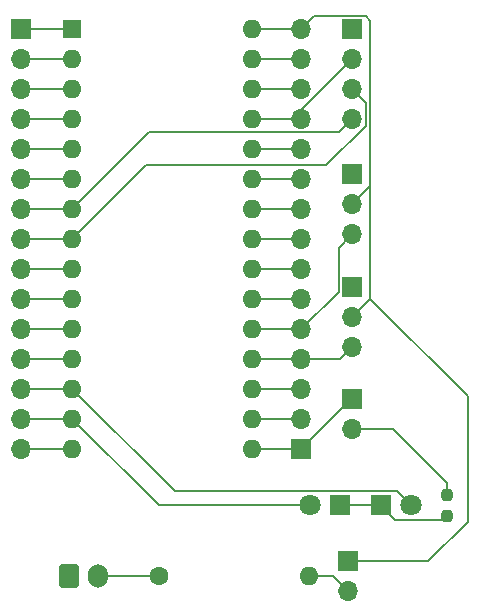
<source format=gbr>
%TF.GenerationSoftware,KiCad,Pcbnew,8.0.3*%
%TF.CreationDate,2024-09-18T17:44:19+02:00*%
%TF.ProjectId,pcb_robot,7063625f-726f-4626-9f74-2e6b69636164,rev?*%
%TF.SameCoordinates,Original*%
%TF.FileFunction,Copper,L1,Top*%
%TF.FilePolarity,Positive*%
%FSLAX46Y46*%
G04 Gerber Fmt 4.6, Leading zero omitted, Abs format (unit mm)*
G04 Created by KiCad (PCBNEW 8.0.3) date 2024-09-18 17:44:19*
%MOMM*%
%LPD*%
G01*
G04 APERTURE LIST*
G04 Aperture macros list*
%AMRoundRect*
0 Rectangle with rounded corners*
0 $1 Rounding radius*
0 $2 $3 $4 $5 $6 $7 $8 $9 X,Y pos of 4 corners*
0 Add a 4 corners polygon primitive as box body*
4,1,4,$2,$3,$4,$5,$6,$7,$8,$9,$2,$3,0*
0 Add four circle primitives for the rounded corners*
1,1,$1+$1,$2,$3*
1,1,$1+$1,$4,$5*
1,1,$1+$1,$6,$7*
1,1,$1+$1,$8,$9*
0 Add four rect primitives between the rounded corners*
20,1,$1+$1,$2,$3,$4,$5,0*
20,1,$1+$1,$4,$5,$6,$7,0*
20,1,$1+$1,$6,$7,$8,$9,0*
20,1,$1+$1,$8,$9,$2,$3,0*%
G04 Aperture macros list end*
%TA.AperFunction,ComponentPad*%
%ADD10R,1.700000X1.700000*%
%TD*%
%TA.AperFunction,ComponentPad*%
%ADD11O,1.700000X1.700000*%
%TD*%
%TA.AperFunction,ComponentPad*%
%ADD12RoundRect,0.250000X-0.600000X-0.750000X0.600000X-0.750000X0.600000X0.750000X-0.600000X0.750000X0*%
%TD*%
%TA.AperFunction,ComponentPad*%
%ADD13O,1.700000X2.000000*%
%TD*%
%TA.AperFunction,ComponentPad*%
%ADD14R,1.800000X1.800000*%
%TD*%
%TA.AperFunction,ComponentPad*%
%ADD15C,1.800000*%
%TD*%
%TA.AperFunction,ComponentPad*%
%ADD16C,1.600000*%
%TD*%
%TA.AperFunction,ComponentPad*%
%ADD17O,1.600000X1.600000*%
%TD*%
%TA.AperFunction,ComponentPad*%
%ADD18R,1.600000X1.600000*%
%TD*%
%TA.AperFunction,SMDPad,CuDef*%
%ADD19RoundRect,0.237500X-0.237500X0.250000X-0.237500X-0.250000X0.237500X-0.250000X0.237500X0.250000X0*%
%TD*%
%TA.AperFunction,Conductor*%
%ADD20C,0.200000*%
%TD*%
G04 APERTURE END LIST*
D10*
%TO.P,J7,1,Pin_1*%
%TO.N,GND*%
X158000000Y-61700000D03*
D11*
%TO.P,J7,2,Pin_2*%
%TO.N,+5V*%
X158000000Y-64240000D03*
%TO.P,J7,3,Pin_3*%
%TO.N,D5*%
X158000000Y-66780000D03*
%TO.P,J7,4,Pin_4*%
%TO.N,D4*%
X158000000Y-69320000D03*
%TD*%
D12*
%TO.P,J5,1,Pin_1*%
%TO.N,GND*%
X134000000Y-108000000D03*
D13*
%TO.P,J5,2,Pin_2*%
%TO.N,Net-(J5-Pin_2)*%
X136500000Y-108000000D03*
%TD*%
D14*
%TO.P,D1,1,K*%
%TO.N,Net-(D1-K)*%
X160460000Y-102000000D03*
D15*
%TO.P,D1,2,A*%
%TO.N,D10*%
X163000000Y-102000000D03*
%TD*%
D10*
%TO.P,J6,1,Pin_1*%
%TO.N,D13*%
X158003632Y-93000000D03*
D11*
%TO.P,J6,2,Pin_2*%
%TO.N,GND*%
X158003632Y-95540000D03*
%TD*%
D10*
%TO.P,J2,1,Pin_1*%
%TO.N,GND*%
X158000000Y-83490000D03*
D11*
%TO.P,J2,2,Pin_2*%
%TO.N,VIN*%
X158000000Y-86030000D03*
%TO.P,J2,3,Pin_3*%
%TO.N,A0*%
X158000000Y-88570000D03*
%TD*%
D10*
%TO.P,J4,1,Pin_1*%
%TO.N,VIN*%
X157625000Y-106725000D03*
D11*
%TO.P,J4,2,Pin_2*%
%TO.N,Net-(J4-Pin_2)*%
X157625000Y-109265000D03*
%TD*%
D10*
%TO.P,J9,1,Pin_1*%
%TO.N,D13*%
X153703632Y-97200000D03*
D11*
%TO.P,J9,2,Pin_2*%
%TO.N,+3.3V*%
X153703632Y-94660000D03*
%TO.P,J9,3,Pin_3*%
%TO.N,AREF*%
X153703632Y-92120000D03*
%TO.P,J9,4,Pin_4*%
%TO.N,A0*%
X153703632Y-89580000D03*
%TO.P,J9,5,Pin_5*%
%TO.N,A1*%
X153703632Y-87040000D03*
%TO.P,J9,6,Pin_6*%
%TO.N,A2*%
X153703632Y-84500000D03*
%TO.P,J9,7,Pin_7*%
%TO.N,A3*%
X153703632Y-81960000D03*
%TO.P,J9,8,Pin_8*%
%TO.N,A4*%
X153703632Y-79420000D03*
%TO.P,J9,9,Pin_9*%
%TO.N,A5*%
X153703632Y-76880000D03*
%TO.P,J9,10,Pin_10*%
%TO.N,A6*%
X153703632Y-74340000D03*
%TO.P,J9,11,Pin_11*%
%TO.N,A7*%
X153703632Y-71800000D03*
%TO.P,J9,12,Pin_12*%
%TO.N,+5V*%
X153703632Y-69260000D03*
%TO.P,J9,13,Pin_13*%
%TO.N,RESET*%
X153703632Y-66720000D03*
%TO.P,J9,14,Pin_14*%
%TO.N,GND*%
X153703632Y-64180000D03*
%TO.P,J9,15,Pin_15*%
%TO.N,VIN*%
X153703632Y-61640000D03*
%TD*%
D10*
%TO.P,J10,1,Pin_1*%
%TO.N,D1*%
X130000000Y-61640000D03*
D11*
%TO.P,J10,2,Pin_2*%
%TO.N,D0*%
X130000000Y-64180000D03*
%TO.P,J10,3,Pin_3*%
%TO.N,RESET*%
X130000000Y-66720000D03*
%TO.P,J10,4,Pin_4*%
%TO.N,GND*%
X130000000Y-69260000D03*
%TO.P,J10,5,Pin_5*%
%TO.N,D2*%
X130000000Y-71800000D03*
%TO.P,J10,6,Pin_6*%
%TO.N,D3*%
X130000000Y-74340000D03*
%TO.P,J10,7,Pin_7*%
%TO.N,D4*%
X130000000Y-76880000D03*
%TO.P,J10,8,Pin_8*%
%TO.N,D5*%
X130000000Y-79420000D03*
%TO.P,J10,9,Pin_9*%
%TO.N,D6*%
X130000000Y-81960000D03*
%TO.P,J10,10,Pin_10*%
%TO.N,D7*%
X130000000Y-84500000D03*
%TO.P,J10,11,Pin_11*%
%TO.N,D8*%
X130000000Y-87040000D03*
%TO.P,J10,12,Pin_12*%
%TO.N,D9*%
X130000000Y-89580000D03*
%TO.P,J10,13,Pin_13*%
%TO.N,D10*%
X130000000Y-92120000D03*
%TO.P,J10,14,Pin_14*%
%TO.N,D11*%
X130000000Y-94660000D03*
%TO.P,J10,15,Pin_15*%
%TO.N,D12*%
X130000000Y-97200000D03*
%TD*%
D14*
%TO.P,D2,1,K*%
%TO.N,Net-(D1-K)*%
X157000000Y-102000000D03*
D15*
%TO.P,D2,2,A*%
%TO.N,D11*%
X154460000Y-102000000D03*
%TD*%
D16*
%TO.P,F1,1*%
%TO.N,Net-(J5-Pin_2)*%
X141650000Y-108000000D03*
D17*
%TO.P,F1,2*%
%TO.N,Net-(J4-Pin_2)*%
X154350000Y-108000000D03*
%TD*%
D10*
%TO.P,J3,1,Pin_1*%
%TO.N,GND*%
X158000000Y-73975000D03*
D11*
%TO.P,J3,2,Pin_2*%
%TO.N,VIN*%
X158000000Y-76515000D03*
%TO.P,J3,3,Pin_3*%
%TO.N,A1*%
X158000000Y-79055000D03*
%TD*%
D18*
%TO.P,A1,1,D1/TX*%
%TO.N,D1*%
X134290000Y-61650000D03*
D17*
%TO.P,A1,2,D0/RX*%
%TO.N,D0*%
X134290000Y-64190000D03*
%TO.P,A1,3,~{RESET}*%
%TO.N,RESET*%
X134290000Y-66730000D03*
%TO.P,A1,4,GND*%
%TO.N,GND*%
X134290000Y-69270000D03*
%TO.P,A1,5,D2*%
%TO.N,D2*%
X134290000Y-71810000D03*
%TO.P,A1,6,D3*%
%TO.N,D3*%
X134290000Y-74350000D03*
%TO.P,A1,7,D4*%
%TO.N,D4*%
X134290000Y-76890000D03*
%TO.P,A1,8,D5*%
%TO.N,D5*%
X134290000Y-79430000D03*
%TO.P,A1,9,D6*%
%TO.N,D6*%
X134290000Y-81970000D03*
%TO.P,A1,10,D7*%
%TO.N,D7*%
X134290000Y-84510000D03*
%TO.P,A1,11,D8*%
%TO.N,D8*%
X134290000Y-87050000D03*
%TO.P,A1,12,D9*%
%TO.N,D9*%
X134290000Y-89590000D03*
%TO.P,A1,13,D10*%
%TO.N,D10*%
X134290000Y-92130000D03*
%TO.P,A1,14,D11*%
%TO.N,D11*%
X134290000Y-94670000D03*
%TO.P,A1,15,D12*%
%TO.N,D12*%
X134290000Y-97210000D03*
%TO.P,A1,16,D13*%
%TO.N,D13*%
X149530000Y-97210000D03*
%TO.P,A1,17,3V3*%
%TO.N,+3.3V*%
X149530000Y-94670000D03*
%TO.P,A1,18,AREF*%
%TO.N,AREF*%
X149530000Y-92130000D03*
%TO.P,A1,19,A0*%
%TO.N,A0*%
X149530000Y-89590000D03*
%TO.P,A1,20,A1*%
%TO.N,A1*%
X149530000Y-87050000D03*
%TO.P,A1,21,A2*%
%TO.N,A2*%
X149530000Y-84510000D03*
%TO.P,A1,22,A3*%
%TO.N,A3*%
X149530000Y-81970000D03*
%TO.P,A1,23,A4*%
%TO.N,A4*%
X149530000Y-79430000D03*
%TO.P,A1,24,A5*%
%TO.N,A5*%
X149530000Y-76890000D03*
%TO.P,A1,25,A6*%
%TO.N,A6*%
X149530000Y-74350000D03*
%TO.P,A1,26,A7*%
%TO.N,A7*%
X149530000Y-71810000D03*
%TO.P,A1,27,+5V*%
%TO.N,+5V*%
X149530000Y-69270000D03*
%TO.P,A1,28,~{RESET}*%
%TO.N,RESET*%
X149530000Y-66730000D03*
%TO.P,A1,29,GND*%
%TO.N,GND*%
X149530000Y-64190000D03*
%TO.P,A1,30,VIN*%
%TO.N,VIN*%
X149530000Y-61650000D03*
%TD*%
D19*
%TO.P,R1,1*%
%TO.N,GND*%
X166000000Y-101087500D03*
%TO.P,R1,2*%
%TO.N,Net-(D1-K)*%
X166000000Y-102912500D03*
%TD*%
D20*
%TO.N,D10*%
X130010000Y-92130000D02*
X130000000Y-92120000D01*
X163000000Y-102000000D02*
X161800000Y-100800000D01*
X134290000Y-92130000D02*
X130010000Y-92130000D01*
X161800000Y-100800000D02*
X142960000Y-100800000D01*
X142960000Y-100800000D02*
X134290000Y-92130000D01*
%TO.N,D3*%
X130010000Y-74350000D02*
X130000000Y-74340000D01*
X134290000Y-74350000D02*
X130010000Y-74350000D01*
%TO.N,A4*%
X153693632Y-79430000D02*
X153703632Y-79420000D01*
X149530000Y-79430000D02*
X153693632Y-79430000D01*
%TO.N,GND*%
X134290000Y-69270000D02*
X130010000Y-69270000D01*
X130010000Y-69270000D02*
X130000000Y-69260000D01*
X153693632Y-64190000D02*
X153703632Y-64180000D01*
X161452500Y-95540000D02*
X158003632Y-95540000D01*
X166000000Y-100087500D02*
X161452500Y-95540000D01*
X166000000Y-101087500D02*
X166000000Y-100087500D01*
X149530000Y-64190000D02*
X153693632Y-64190000D01*
%TO.N,A3*%
X149530000Y-81970000D02*
X153693632Y-81970000D01*
X153693632Y-81970000D02*
X153703632Y-81960000D01*
%TO.N,A1*%
X158000000Y-79055000D02*
X156850000Y-80205000D01*
X156850000Y-83893632D02*
X153703632Y-87040000D01*
X153693632Y-87050000D02*
X153703632Y-87040000D01*
X149530000Y-87050000D02*
X153693632Y-87050000D01*
X156850000Y-80205000D02*
X156850000Y-83893632D01*
%TO.N,D9*%
X134280000Y-89580000D02*
X134290000Y-89590000D01*
X130000000Y-89580000D02*
X134280000Y-89580000D01*
%TO.N,A2*%
X153693632Y-84510000D02*
X153703632Y-84500000D01*
X149530000Y-84510000D02*
X153693632Y-84510000D01*
%TO.N,D2*%
X134280000Y-71800000D02*
X134290000Y-71810000D01*
X130000000Y-71800000D02*
X134280000Y-71800000D01*
%TO.N,D5*%
X158000000Y-66780000D02*
X159150000Y-67930000D01*
X159150000Y-67930000D02*
X159150000Y-69850000D01*
X159150000Y-69850000D02*
X155810000Y-73190000D01*
X155810000Y-73190000D02*
X140530000Y-73190000D01*
X134290000Y-79430000D02*
X130010000Y-79430000D01*
X140530000Y-73190000D02*
X134290000Y-79430000D01*
X130010000Y-79430000D02*
X130000000Y-79420000D01*
%TO.N,+3.3V*%
X149530000Y-94670000D02*
X153693632Y-94670000D01*
X153693632Y-94670000D02*
X153703632Y-94660000D01*
%TO.N,D0*%
X130010000Y-64190000D02*
X130000000Y-64180000D01*
X134290000Y-64190000D02*
X130010000Y-64190000D01*
%TO.N,D6*%
X134280000Y-81960000D02*
X134290000Y-81970000D01*
X130000000Y-81960000D02*
X134280000Y-81960000D01*
%TO.N,A6*%
X153693632Y-74350000D02*
X153703632Y-74340000D01*
X149530000Y-74350000D02*
X153693632Y-74350000D01*
%TO.N,D11*%
X154460000Y-102000000D02*
X141620000Y-102000000D01*
X141620000Y-102000000D02*
X134290000Y-94670000D01*
X130010000Y-94670000D02*
X130000000Y-94660000D01*
X134290000Y-94670000D02*
X130010000Y-94670000D01*
%TO.N,D1*%
X130010000Y-61650000D02*
X130000000Y-61640000D01*
X134290000Y-61650000D02*
X130010000Y-61650000D01*
%TO.N,D13*%
X158003632Y-93000000D02*
X157903632Y-93000000D01*
X153703632Y-97200000D02*
X149540000Y-97200000D01*
X149540000Y-97200000D02*
X149530000Y-97210000D01*
X157903632Y-93000000D02*
X153703632Y-97200000D01*
%TO.N,AREF*%
X153703632Y-92120000D02*
X149540000Y-92120000D01*
X149540000Y-92120000D02*
X149530000Y-92130000D01*
%TO.N,D8*%
X134280000Y-87040000D02*
X134290000Y-87050000D01*
X130000000Y-87040000D02*
X134280000Y-87040000D01*
%TO.N,VIN*%
X158000000Y-76515000D02*
X159550000Y-74965000D01*
X153693632Y-61650000D02*
X153703632Y-61640000D01*
X159550000Y-60950000D02*
X159150000Y-60550000D01*
X158000000Y-86030000D02*
X159550000Y-84480000D01*
X164441722Y-106725000D02*
X167775000Y-103391722D01*
X167775000Y-92705000D02*
X159550000Y-84480000D01*
X149530000Y-61650000D02*
X153693632Y-61650000D01*
X154793632Y-60550000D02*
X153703632Y-61640000D01*
X159550000Y-84480000D02*
X159550000Y-74965000D01*
X167775000Y-103391722D02*
X167775000Y-92705000D01*
X159150000Y-60550000D02*
X154793632Y-60550000D01*
X159550000Y-74965000D02*
X159550000Y-60950000D01*
X157625000Y-106725000D02*
X164441722Y-106725000D01*
%TO.N,+5V*%
X153703632Y-69260000D02*
X149540000Y-69260000D01*
X153703632Y-68536368D02*
X153703632Y-69260000D01*
X149540000Y-69260000D02*
X149530000Y-69270000D01*
X158000000Y-64240000D02*
X153703632Y-68536368D01*
%TO.N,A0*%
X149530000Y-89590000D02*
X153693632Y-89590000D01*
X158000000Y-88570000D02*
X156990000Y-89580000D01*
X156990000Y-89580000D02*
X153703632Y-89580000D01*
X153693632Y-89590000D02*
X153703632Y-89580000D01*
%TO.N,D4*%
X158000000Y-69320000D02*
X156910000Y-70410000D01*
X140770000Y-70410000D02*
X134290000Y-76890000D01*
X134280000Y-76880000D02*
X134290000Y-76890000D01*
X156910000Y-70410000D02*
X140770000Y-70410000D01*
X130000000Y-76880000D02*
X134280000Y-76880000D01*
%TO.N,Net-(J4-Pin_2)*%
X154350000Y-108000000D02*
X156360000Y-108000000D01*
X156360000Y-108000000D02*
X157625000Y-109265000D01*
%TO.N,A5*%
X149530000Y-76890000D02*
X153693632Y-76890000D01*
X153693632Y-76890000D02*
X153703632Y-76880000D01*
%TO.N,Net-(J5-Pin_2)*%
X136500000Y-108000000D02*
X141650000Y-108000000D01*
%TO.N,Net-(D1-K)*%
X160460000Y-102000000D02*
X157000000Y-102000000D01*
X161660000Y-103200000D02*
X160460000Y-102000000D01*
X165712500Y-103200000D02*
X161660000Y-103200000D01*
X166000000Y-102912500D02*
X165712500Y-103200000D01*
%TO.N,A7*%
X153693632Y-71810000D02*
X153703632Y-71800000D01*
X149530000Y-71810000D02*
X153693632Y-71810000D01*
%TO.N,D12*%
X134280000Y-97200000D02*
X134290000Y-97210000D01*
X130000000Y-97200000D02*
X134280000Y-97200000D01*
%TO.N,D7*%
X130010000Y-84510000D02*
X130000000Y-84500000D01*
X134290000Y-84510000D02*
X130010000Y-84510000D01*
%TO.N,RESET*%
X130000000Y-66720000D02*
X134280000Y-66720000D01*
X134280000Y-66720000D02*
X134290000Y-66730000D01*
X149530000Y-66730000D02*
X153693632Y-66730000D01*
X153693632Y-66730000D02*
X153703632Y-66720000D01*
%TD*%
M02*

</source>
